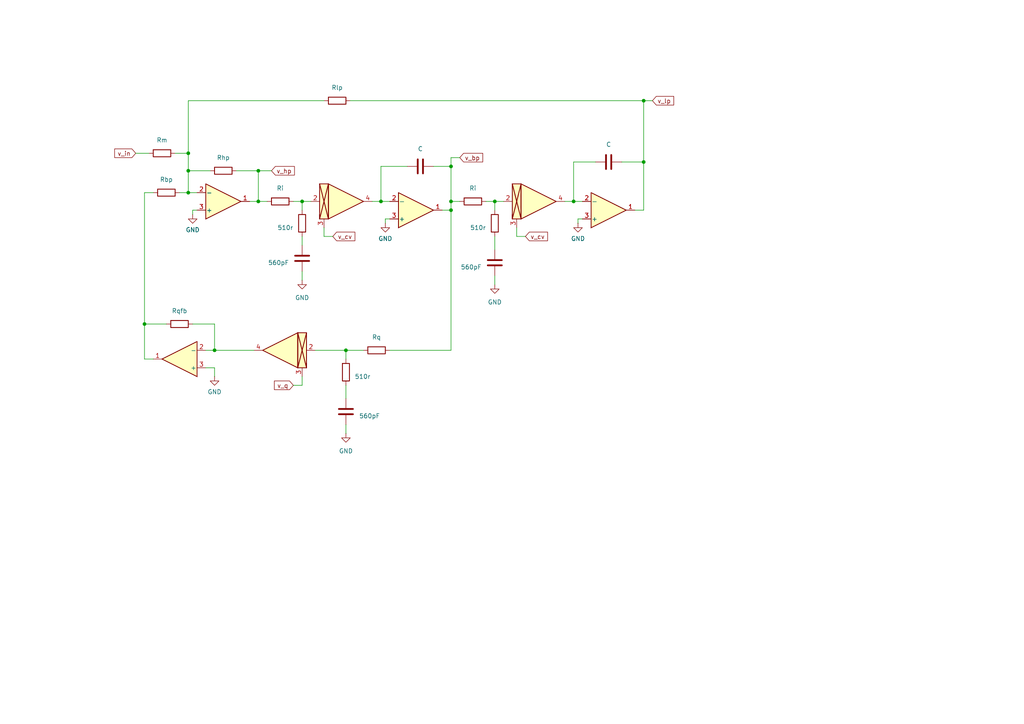
<source format=kicad_sch>
(kicad_sch (version 20250114) (generator "eeschema") (generator_version "9.0")
  (paper "A4")
  (title_block (comment 2 "creativecommons.org/licenses/by/4.0/") (comment 3 "License: CC BY 4.0") (comment 4 "Author: Guy John"))
  (lib_symbols
    (symbol "Amplifier_Operational:OPA1678" (pin_names (offset 0.127))
      (property "Reference" "U" (at 0 5.08 0))
      (property "Value" "OPA1678" (at 0 -5.08 0))
      (symbol "OPA1678_1_1"
        (polyline (pts (xy -5.08 5.08) (xy 5.08 0) (xy -5.08 -5.08) (xy -5.08 5.08)) (stroke (width 0.254)) (fill (type background)))
        (pin input line (at -7.62 2.54 0) (length 2.54) (name "+") (number "3"))
        (pin input line (at -7.62 -2.54 0) (length 2.54) (name "-") (number "2"))
        (pin output line (at 7.62 0 180) (length 2.54) (name "~") (number "1"))
      )
      (symbol "OPA1678_2_1"
        (polyline (pts (xy -5.08 5.08) (xy 5.08 0) (xy -5.08 -5.08) (xy -5.08 5.08)) (stroke (width 0.254)) (fill (type background)))
        (pin input line (at -7.62 2.54 0) (length 2.54) (name "+") (number "5"))
        (pin input line (at -7.62 -2.54 0) (length 2.54) (name "-") (number "6"))
        (pin output line (at 7.62 0 180) (length 2.54) (name "~") (number "7"))
      )
      (symbol "OPA1678_3_1"
        (pin power_in line (at -2.54 7.62 270) (length 3.81) (name "V+") (number "8"))
        (pin power_in line (at -2.54 -7.62 90) (length 3.81) (name "V-") (number "4"))
      )
    )
    (symbol "Rumblesan_Audio_Chips:SSI2164" (pin_names (offset 1.016))
      (property "Reference" "U" (at 0 10.16 0))
      (property "Value" "SSI2164" (at 0 7.62 0))
      (symbol "SSI2164_1_1"
        (polyline (pts (xy -5.08 5.08) (xy -2.54 -5.08)) (stroke (width 0.254)))
        (rectangle (start -2.54 5.08) (end -5.08 -5.08) (stroke (width 0.254)) (fill (type background)))
        (polyline (pts (xy -2.54 5.08) (xy -5.08 -5.08) (xy -5.08 -3.81)) (stroke (width 0.254)))
        (polyline (pts (xy -2.54 5.08) (xy 7.62 0) (xy -2.54 -5.08) (xy -2.54 5.08)) (stroke (width 0.254)) (fill (type background)))
        (pin input line (at -7.62 0 0) (length 2.54) (name "~") (number "2"))
        (pin passive line (at -3.81 -7.62 90) (length 2.54) (name "~") (number "3"))
        (pin output line (at 10.16 0 180) (length 2.54) (name "~") (number "4"))
      )
      (symbol "SSI2164_2_1"
        (polyline (pts (xy -5.08 5.08) (xy -2.54 -5.08)) (stroke (width 0.254)))
        (rectangle (start -2.54 5.08) (end -5.08 -5.08) (stroke (width 0.254)) (fill (type background)))
        (polyline (pts (xy -2.54 5.08) (xy -5.08 -5.08) (xy -5.08 -3.81)) (stroke (width 0.254)))
        (polyline (pts (xy -2.54 5.08) (xy 7.62 0) (xy -2.54 -5.08) (xy -2.54 5.08)) (stroke (width 0.254)) (fill (type background)))
        (pin input line (at -7.62 0 0) (length 2.54) (name "~") (number "7"))
        (pin passive line (at -3.81 -7.62 90) (length 2.54) (name "~") (number "6"))
        (pin output line (at 10.16 0 180) (length 2.54) (name "~") (number "5"))
      )
      (symbol "SSI2164_3_1"
        (polyline (pts (xy -5.08 5.08) (xy -2.54 -5.08)) (stroke (width 0.254)))
        (rectangle (start -2.54 5.08) (end -5.08 -5.08) (stroke (width 0.254)) (fill (type background)))
        (polyline (pts (xy -2.54 5.08) (xy -5.08 -5.08) (xy -5.08 -3.81)) (stroke (width 0.254)))
        (polyline (pts (xy -2.54 5.08) (xy 7.62 0) (xy -2.54 -5.08) (xy -2.54 5.08)) (stroke (width 0.254)) (fill (type background)))
        (pin input line (at -7.62 0 0) (length 2.54) (name "~") (number "15"))
        (pin passive line (at -3.81 -7.62 90) (length 2.54) (name "~") (number "14"))
        (pin output line (at 10.16 0 180) (length 2.54) (name "~") (number "13"))
      )
      (symbol "SSI2164_4_1"
        (polyline (pts (xy -5.08 5.08) (xy -2.54 -5.08)) (stroke (width 0.254)))
        (rectangle (start -2.54 5.08) (end -5.08 -5.08) (stroke (width 0.254)) (fill (type background)))
        (polyline (pts (xy -2.54 5.08) (xy -5.08 -5.08) (xy -5.08 -3.81)) (stroke (width 0.254)))
        (polyline (pts (xy -2.54 5.08) (xy 7.62 0) (xy -2.54 -5.08) (xy -2.54 5.08)) (stroke (width 0.254)) (fill (type background)))
        (pin input line (at -7.62 0 0) (length 2.54) (name "~") (number "10"))
        (pin passive line (at -3.81 -7.62 90) (length 2.54) (name "~") (number "11"))
        (pin output line (at 10.16 0 180) (length 2.54) (name "~") (number "12"))
      )
      (symbol "SSI2164_5_1"
        (rectangle (start -3.81 6.35) (end 3.81 -6.35) (fill (type background)))
        (pin power_in line (at -6.35 3.81 0) (length 2.54) (name "V+") (number "16"))
        (pin passive line (at -6.35 1.27 0) (length 2.54) (name "MODE") (number "1"))
        (pin passive line (at -6.35 -1.27 0) (length 2.54) (name "GND") (number "8"))
        (pin passive line (at -6.35 -3.81 0) (length 2.54) (name "V-") (number "9"))
      )
    )
    (symbol "Rumblesan_Standard_Parts:C" (pin_numbers (hide yes)) (pin_names (offset 0.254) (hide yes))
      (property "Reference" "C?" (at -6.35 0 90))
      (property "Value" "C" (at -3.81 0 90))
      (symbol "C_0_1"
        (polyline (pts (xy -2.032 0.762) (xy 2.032 0.762)) (stroke (width 0.508)))
        (polyline (pts (xy -2.032 -0.762) (xy 2.032 -0.762)) (stroke (width 0.508)))
      )
      (symbol "C_1_1"
        (pin passive line (at 0 3.81 270) (length 2.794) (name "~") (number "1"))
        (pin passive line (at 0 -3.81 90) (length 2.794) (name "~") (number "2"))
      )
    )
    (symbol "Rumblesan_Standard_Parts:R" (pin_numbers (hide yes)) (pin_names (offset 0))
      (property "Reference" "R?" (at -4.318 0 90))
      (property "Value" "R" (at -2.286 0 90))
      (symbol "R_0_1"
        (rectangle (start -1.016 2.54) (end 1.016 -2.54) (stroke (width 0.254)))
      )
      (symbol "R_1_1"
        (pin passive line (at 0 3.81 270) (length 1.27) (name "~") (number "1"))
        (pin passive line (at 0 -3.81 90) (length 1.27) (name "~") (number "2"))
      )
    )
    (symbol "power:GND" (power) (pin_numbers (hide yes)) (pin_names (offset 0) (hide yes))
      (property "Value" "GND" (at 0 -3.81 0))
      (symbol "GND_0_1"
        (polyline (pts (xy 0 0) (xy 0 -1.27) (xy 1.27 -1.27) (xy 0 -2.54) (xy -1.27 -1.27) (xy 0 -1.27)))
      )
      (symbol "GND_1_1"
        (pin power_in line (at 0 0 270) (length 0) (name "~") (number "1"))
      )
    )
  )
  (junction (at 130.81 60.96))
  (junction (at 41.91 93.98))
  (junction (at 186.69 29.21))
  (junction (at 100.33 101.6))
  (junction (at 74.93 49.53))
  (junction (at 74.93 58.42))
  (junction (at 54.61 49.53))
  (junction (at 62.23 101.6))
  (junction (at 130.81 58.42))
  (junction (at 166.37 58.42))
  (junction (at 54.61 55.88))
  (junction (at 186.69 46.99))
  (junction (at 54.61 44.45))
  (junction (at 110.49 58.42))
  (junction (at 130.81 48.26))
  (junction (at 87.63 58.42))
  (junction (at 143.51 58.42))
  (wire (pts (xy 91.44 101.6) (xy 100.33 101.6)))
  (wire (pts (xy 55.88 60.96) (xy 55.88 62.23)))
  (wire (pts (xy 130.81 48.26) (xy 130.81 58.42)))
  (wire (pts (xy 140.97 58.42) (xy 143.51 58.42)))
  (wire (pts (xy 166.37 46.99) (xy 166.37 58.42)))
  (wire (pts (xy 110.49 48.26) (xy 110.49 58.42)))
  (wire (pts (xy 41.91 55.88) (xy 41.91 93.98)))
  (wire (pts (xy 105.41 101.6) (xy 100.33 101.6)))
  (wire (pts (xy 39.37 44.45) (xy 43.18 44.45)))
  (wire (pts (xy 143.51 68.58) (xy 143.51 72.39)))
  (wire (pts (xy 166.37 58.42) (xy 168.91 58.42)))
  (wire (pts (xy 146.05 58.42) (xy 143.51 58.42)))
  (wire (pts (xy 186.69 29.21) (xy 189.23 29.21)))
  (wire (pts (xy 62.23 93.98) (xy 62.23 101.6)))
  (wire (pts (xy 74.93 49.53) (xy 78.74 49.53)))
  (wire (pts (xy 125.73 48.26) (xy 130.81 48.26)))
  (wire (pts (xy 167.64 63.5) (xy 167.64 64.77)))
  (wire (pts (xy 87.63 58.42) (xy 87.63 60.96)))
  (wire (pts (xy 50.8 44.45) (xy 54.61 44.45)))
  (wire (pts (xy 74.93 49.53) (xy 68.58 49.53)))
  (wire (pts (xy 130.81 60.96) (xy 130.81 101.6)))
  (wire (pts (xy 186.69 46.99) (xy 180.34 46.99)))
  (wire (pts (xy 93.98 68.58) (xy 96.52 68.58)))
  (wire (pts (xy 113.03 101.6) (xy 130.81 101.6)))
  (wire (pts (xy 130.81 45.72) (xy 130.81 48.26)))
  (wire (pts (xy 87.63 109.22) (xy 87.63 111.76)))
  (wire (pts (xy 54.61 55.88) (xy 57.15 55.88)))
  (wire (pts (xy 100.33 101.6) (xy 100.33 104.14)))
  (wire (pts (xy 54.61 49.53) (xy 60.96 49.53)))
  (wire (pts (xy 41.91 93.98) (xy 48.26 93.98)))
  (wire (pts (xy 163.83 58.42) (xy 166.37 58.42)))
  (wire (pts (xy 149.86 68.58) (xy 152.4 68.58)))
  (wire (pts (xy 57.15 60.96) (xy 55.88 60.96)))
  (wire (pts (xy 113.03 58.42) (xy 110.49 58.42)))
  (wire (pts (xy 52.07 55.88) (xy 54.61 55.88)))
  (wire (pts (xy 62.23 101.6) (xy 59.69 101.6)))
  (wire (pts (xy 168.91 63.5) (xy 167.64 63.5)))
  (wire (pts (xy 87.63 68.58) (xy 87.63 71.12)))
  (wire (pts (xy 172.72 46.99) (xy 166.37 46.99)))
  (wire (pts (xy 55.88 93.98) (xy 62.23 93.98)))
  (wire (pts (xy 62.23 106.68) (xy 59.69 106.68)))
  (wire (pts (xy 184.15 60.96) (xy 186.69 60.96)))
  (wire (pts (xy 149.86 66.04) (xy 149.86 68.58)))
  (wire (pts (xy 54.61 29.21) (xy 93.98 29.21)))
  (wire (pts (xy 77.47 58.42) (xy 74.93 58.42)))
  (wire (pts (xy 101.6 29.21) (xy 186.69 29.21)))
  (wire (pts (xy 41.91 55.88) (xy 44.45 55.88)))
  (wire (pts (xy 41.91 104.14) (xy 41.91 93.98)))
  (wire (pts (xy 133.35 58.42) (xy 130.81 58.42)))
  (wire (pts (xy 130.81 58.42) (xy 130.81 60.96)))
  (wire (pts (xy 87.63 78.74) (xy 87.63 81.28)))
  (wire (pts (xy 143.51 80.01) (xy 143.51 82.55)))
  (wire (pts (xy 62.23 101.6) (xy 73.66 101.6)))
  (wire (pts (xy 54.61 29.21) (xy 54.61 44.45)))
  (wire (pts (xy 118.11 48.26) (xy 110.49 48.26)))
  (wire (pts (xy 72.39 58.42) (xy 74.93 58.42)))
  (wire (pts (xy 111.76 63.5) (xy 111.76 64.77)))
  (wire (pts (xy 54.61 49.53) (xy 54.61 55.88)))
  (wire (pts (xy 186.69 60.96) (xy 186.69 46.99)))
  (wire (pts (xy 128.27 60.96) (xy 130.81 60.96)))
  (wire (pts (xy 113.03 63.5) (xy 111.76 63.5)))
  (wire (pts (xy 143.51 58.42) (xy 143.51 60.96)))
  (wire (pts (xy 54.61 49.53) (xy 54.61 44.45)))
  (wire (pts (xy 41.91 104.14) (xy 44.45 104.14)))
  (wire (pts (xy 87.63 111.76) (xy 85.09 111.76)))
  (wire (pts (xy 100.33 123.19) (xy 100.33 125.73)))
  (wire (pts (xy 74.93 49.53) (xy 74.93 58.42)))
  (wire (pts (xy 107.95 58.42) (xy 110.49 58.42)))
  (wire (pts (xy 90.17 58.42) (xy 87.63 58.42)))
  (wire (pts (xy 93.98 66.04) (xy 93.98 68.58)))
  (wire (pts (xy 100.33 111.76) (xy 100.33 115.57)))
  (wire (pts (xy 62.23 106.68) (xy 62.23 109.22)))
  (wire (pts (xy 130.81 45.72) (xy 133.35 45.72)))
  (wire (pts (xy 85.09 58.42) (xy 87.63 58.42)))
  (wire (pts (xy 186.69 29.21) (xy 186.69 46.99)))
  (global_label "v_in" (shape input) (at 39.37 44.45 180) (property "Intersheetrefs" "${INTERSHEET_REFS}" (effects (hide yes))))
  (global_label "v_bp" (shape input) (at 133.35 45.72 0) (property "Intersheetrefs" "${INTERSHEET_REFS}" (effects (hide yes))))
  (global_label "v_q" (shape input) (at 85.09 111.76 180) (property "Intersheetrefs" "${INTERSHEET_REFS}" (effects (hide yes))))
  (global_label "v_cv" (shape input) (at 96.52 68.58 0) (property "Intersheetrefs" "${INTERSHEET_REFS}" (effects (hide yes))))
  (global_label "v_hp" (shape input) (at 78.74 49.53 0) (property "Intersheetrefs" "${INTERSHEET_REFS}" (effects (hide yes))))
  (global_label "v_lp" (shape input) (at 189.23 29.21 0) (property "Intersheetrefs" "${INTERSHEET_REFS}" (effects (hide yes))))
  (global_label "v_cv" (shape input) (at 152.4 68.58 0) (property "Intersheetrefs" "${INTERSHEET_REFS}" (effects (hide yes))))
  (symbol (lib_id "Rumblesan_Audio_Chips:SSI2164") (at 153.67 58.42 0) (unit 1)
    (property "Reference" "U?" (effects (hide yes)))
    (property "Value" "SSI2164" (effects (hide yes)))
    (property "Datasheet" "http://www.soundsemiconductor.com/downloads/ssi2164datasheet.pdf" (effects (hide yes)))
  )
  (symbol (lib_id "Rumblesan_Standard_Parts:C") (at 87.63 74.93 0) (mirror y) (unit 1)
    (property "Reference" "C?" (effects (hide yes)))
    (property "Value" "560pF" (at 83.82 76.1999 0) (effects (justify left)))
    (property "Footprint" "Rumblesan_Standard_Parts:C_Rect_L7.0mm_W2.5mm_P5.00mm" (effects (hide yes)))
    (property "Description" "Unpolarized capacitor" (effects (hide yes)))
    (property "Spec" "ceramic C0G" (effects (hide yes)))
    (property "Tolerance" "5%" (effects (hide yes)))
  )
  (symbol (lib_id "Amplifier_Operational:OPA1678") (at 120.65 60.96 0) (mirror x) (unit 1)
    (property "Reference" "U?" (effects (hide yes)))
    (property "Value" "OPA1678" (effects (hide yes)))
    (property "Datasheet" "http://www.ti.com/lit/ds/symlink/opa1678.pdf" (effects (hide yes)))
    (property "Description" "Low-Distortion Audio Operational Amplifiers, SOIC-8/VSSOP-8" (effects (hide yes)))
  )
  (symbol (lib_id "Rumblesan_Audio_Chips:SSI2164") (at 83.82 101.6 0) (mirror y) (unit 1)
    (property "Reference" "U?" (effects (hide yes)))
    (property "Value" "SSI2164" (effects (hide yes)))
    (property "Datasheet" "http://www.soundsemiconductor.com/downloads/ssi2164datasheet.pdf" (effects (hide yes)))
  )
  (symbol (lib_id "power:GND") (at 100.33 125.73 0) (mirror y) (unit 1)
    (property "Reference" "#PWR?" (effects (hide yes)))
    (property "Value" "GND" (at 100.33 130.81 0))
    (property "Description" "Power symbol creates a global label with name \"GND\" , ground" (effects (hide yes)))
  )
  (symbol (lib_id "Amplifier_Operational:OPA1678") (at 52.07 104.14 180) (unit 1)
    (property "Reference" "U?" (effects (hide yes)))
    (property "Value" "OPA1678" (effects (hide yes)))
    (property "Datasheet" "http://www.ti.com/lit/ds/symlink/opa1678.pdf" (effects (hide yes)))
    (property "Description" "Low-Distortion Audio Operational Amplifiers, SOIC-8/VSSOP-8" (effects (hide yes)))
  )
  (symbol (lib_id "Rumblesan_Standard_Parts:R") (at 48.26 55.88 90) (mirror x) (unit 1)
    (property "Reference" "R?" (effects (hide yes)))
    (property "Value" "Rbp" (at 48.26 52.07 90))
    (property "Footprint" "Rumblesan_Standard_Parts:R_Axial_DIN0207_L6.3mm_D2.5mm_P10.16mm_Horizontal" (effects (hide yes)))
    (property "Description" "Resistor" (effects (hide yes)))
    (property "Tolerance" "1%" (effects (hide yes)))
    (property "Power" "0.5W" (effects (hide yes)))
    (property "Spec" "metal film" (effects (hide yes)))
  )
  (symbol (lib_id "power:GND") (at 143.51 82.55 0) (unit 1)
    (property "Reference" "#PWR?" (effects (hide yes)))
    (property "Value" "GND" (at 143.51 87.63 0))
    (property "Description" "Power symbol creates a global label with name \"GND\" , ground" (effects (hide yes)))
  )
  (symbol (lib_id "Rumblesan_Standard_Parts:R") (at 81.28 58.42 270) (unit 1)
    (property "Reference" "R?" (effects (hide yes)))
    (property "Value" "Ri" (at 81.28 54.61 90))
    (property "Footprint" "Rumblesan_Standard_Parts:R_Axial_DIN0207_L6.3mm_D2.5mm_P10.16mm_Horizontal" (effects (hide yes)))
    (property "Description" "Resistor" (effects (hide yes)))
    (property "Tolerance" "1%" (effects (hide yes)))
    (property "Power" "0.5W" (effects (hide yes)))
    (property "Spec" "metal film" (effects (hide yes)))
  )
  (symbol (lib_id "Rumblesan_Standard_Parts:R") (at 137.16 58.42 270) (unit 1)
    (property "Reference" "R?" (effects (hide yes)))
    (property "Value" "Ri" (at 137.16 54.61 90))
    (property "Footprint" "Rumblesan_Standard_Parts:R_Axial_DIN0207_L6.3mm_D2.5mm_P10.16mm_Horizontal" (effects (hide yes)))
    (property "Description" "Resistor" (effects (hide yes)))
    (property "Tolerance" "1%" (effects (hide yes)))
    (property "Power" "0.5W" (effects (hide yes)))
    (property "Spec" "metal film" (effects (hide yes)))
  )
  (symbol (lib_id "Rumblesan_Standard_Parts:R") (at 52.07 93.98 90) (mirror x) (unit 1)
    (property "Reference" "R?" (effects (hide yes)))
    (property "Value" "Rqfb" (at 52.07 90.17 90))
    (property "Footprint" "Rumblesan_Standard_Parts:R_Axial_DIN0207_L6.3mm_D2.5mm_P10.16mm_Horizontal" (effects (hide yes)))
    (property "Description" "Resistor" (effects (hide yes)))
    (property "Tolerance" "1%" (effects (hide yes)))
    (property "Power" "0.5W" (effects (hide yes)))
    (property "Spec" "metal film" (effects (hide yes)))
  )
  (symbol (lib_id "power:GND") (at 87.63 81.28 0) (unit 1)
    (property "Reference" "#PWR?" (effects (hide yes)))
    (property "Value" "GND" (at 87.63 86.36 0))
    (property "Description" "Power symbol creates a global label with name \"GND\" , ground" (effects (hide yes)))
  )
  (symbol (lib_id "power:GND") (at 167.64 64.77 0) (unit 1)
    (property "Reference" "#PWR?" (effects (hide yes)))
    (property "Value" "GND" (at 167.64 69.2134 0))
    (property "Description" "Power symbol creates a global label with name \"GND\" , ground" (effects (hide yes)))
  )
  (symbol (lib_id "Rumblesan_Standard_Parts:C") (at 143.51 76.2 0) (mirror y) (unit 1)
    (property "Reference" "C?" (effects (hide yes)))
    (property "Value" "560pF" (at 139.7 77.4699 0) (effects (justify left)))
    (property "Footprint" "Rumblesan_Standard_Parts:C_Rect_L7.0mm_W2.5mm_P5.00mm" (effects (hide yes)))
    (property "Description" "Unpolarized capacitor" (effects (hide yes)))
    (property "Spec" "ceramic C0G" (effects (hide yes)))
    (property "Tolerance" "5%" (effects (hide yes)))
  )
  (symbol (lib_id "Rumblesan_Standard_Parts:C") (at 176.53 46.99 90) (unit 1)
    (property "Reference" "C?" (effects (hide yes)))
    (property "Value" "C" (at 176.53 41.91 90))
    (property "Footprint" "Rumblesan_Standard_Parts:C_Rect_L7.0mm_W2.5mm_P5.00mm" (effects (hide yes)))
    (property "Spec" "film polypropylene" (effects (hide yes)))
    (property "Tolerance" "1%" (effects (hide yes)))
  )
  (symbol (lib_id "Amplifier_Operational:OPA1678") (at 176.53 60.96 0) (mirror x) (unit 1)
    (property "Reference" "U?" (effects (hide yes)))
    (property "Value" "OPA1678" (effects (hide yes)))
    (property "Datasheet" "http://www.ti.com/lit/ds/symlink/opa1678.pdf" (effects (hide yes)))
    (property "Description" "Low-Distortion Audio Operational Amplifiers, SOIC-8/VSSOP-8" (effects (hide yes)))
  )
  (symbol (lib_id "Rumblesan_Standard_Parts:R") (at 100.33 107.95 0) (unit 1)
    (property "Reference" "R?" (effects (hide yes)))
    (property "Value" "510r" (at 102.87 109.2199 0) (effects (justify left)))
    (property "Footprint" "Rumblesan_Standard_Parts:R_Axial_DIN0207_L6.3mm_D2.5mm_P10.16mm_Horizontal" (effects (hide yes)))
    (property "Description" "Resistor" (effects (hide yes)))
    (property "Tolerance" "1%" (effects (hide yes)))
    (property "Power" "0.5W" (effects (hide yes)))
    (property "Spec" "metal film" (effects (hide yes)))
  )
  (symbol (lib_id "power:GND") (at 55.88 62.23 0) (unit 1)
    (property "Reference" "#PWR?" (effects (hide yes)))
    (property "Value" "GND" (at 55.88 66.6734 0))
    (property "Description" "Power symbol creates a global label with name \"GND\" , ground" (effects (hide yes)))
  )
  (symbol (lib_id "Rumblesan_Standard_Parts:C") (at 100.33 119.38 0) (unit 1)
    (property "Reference" "C?" (effects (hide yes)))
    (property "Value" "560pF" (at 104.14 120.6499 0) (effects (justify left)))
    (property "Footprint" "Rumblesan_Standard_Parts:C_Rect_L7.0mm_W2.5mm_P5.00mm" (effects (hide yes)))
    (property "Description" "Unpolarized capacitor" (effects (hide yes)))
    (property "Spec" "ceramic C0G" (effects (hide yes)))
    (property "Tolerance" "5%" (effects (hide yes)))
  )
  (symbol (lib_id "Rumblesan_Standard_Parts:R") (at 46.99 44.45 270) (unit 1)
    (property "Reference" "R?" (effects (hide yes)))
    (property "Value" "Rm" (at 46.99 40.64 90))
    (property "Footprint" "Rumblesan_Standard_Parts:R_Axial_DIN0207_L6.3mm_D2.5mm_P10.16mm_Horizontal" (effects (hide yes)))
    (property "Description" "Resistor" (effects (hide yes)))
    (property "Tolerance" "1%" (effects (hide yes)))
    (property "Power" "0.5W" (effects (hide yes)))
    (property "Spec" "metal film" (effects (hide yes)))
  )
  (symbol (lib_id "power:GND") (at 62.23 109.22 0) (mirror y) (unit 1)
    (property "Reference" "#PWR?" (effects (hide yes)))
    (property "Value" "GND" (at 62.23 113.6634 0))
    (property "Description" "Power symbol creates a global label with name \"GND\" , ground" (effects (hide yes)))
  )
  (symbol (lib_id "Rumblesan_Standard_Parts:R") (at 109.22 101.6 90) (mirror x) (unit 1)
    (property "Reference" "R?" (effects (hide yes)))
    (property "Value" "Rq" (at 109.22 97.79 90))
    (property "Footprint" "Rumblesan_Standard_Parts:R_Axial_DIN0207_L6.3mm_D2.5mm_P10.16mm_Horizontal" (effects (hide yes)))
    (property "Description" "Resistor" (effects (hide yes)))
    (property "Tolerance" "1%" (effects (hide yes)))
    (property "Power" "0.5W" (effects (hide yes)))
    (property "Spec" "metal film" (effects (hide yes)))
  )
  (symbol (lib_id "Rumblesan_Audio_Chips:SSI2164") (at 97.79 58.42 0) (unit 1)
    (property "Reference" "U?" (effects (hide yes)))
    (property "Value" "SSI2164" (effects (hide yes)))
    (property "Datasheet" "http://www.soundsemiconductor.com/downloads/ssi2164datasheet.pdf" (effects (hide yes)))
  )
  (symbol (lib_id "Rumblesan_Standard_Parts:R") (at 143.51 64.77 0) (mirror y) (unit 1)
    (property "Reference" "R?" (effects (hide yes)))
    (property "Value" "510r" (at 140.97 66.0399 0) (effects (justify left)))
    (property "Footprint" "Rumblesan_Standard_Parts:R_Axial_DIN0207_L6.3mm_D2.5mm_P10.16mm_Horizontal" (effects (hide yes)))
    (property "Description" "Resistor" (effects (hide yes)))
    (property "Tolerance" "1%" (effects (hide yes)))
    (property "Power" "0.5W" (effects (hide yes)))
    (property "Spec" "metal film" (effects (hide yes)))
  )
  (symbol (lib_id "Rumblesan_Standard_Parts:R") (at 64.77 49.53 270) (unit 1)
    (property "Reference" "R?" (effects (hide yes)))
    (property "Value" "Rhp" (at 64.77 45.72 90))
    (property "Footprint" "Rumblesan_Standard_Parts:R_Axial_DIN0207_L6.3mm_D2.5mm_P10.16mm_Horizontal" (effects (hide yes)))
    (property "Description" "Resistor" (effects (hide yes)))
    (property "Tolerance" "1%" (effects (hide yes)))
    (property "Power" "0.5W" (effects (hide yes)))
    (property "Spec" "metal film" (effects (hide yes)))
  )
  (symbol (lib_id "power:GND") (at 111.76 64.77 0) (unit 1)
    (property "Reference" "#PWR?" (effects (hide yes)))
    (property "Value" "GND" (at 111.76 69.2134 0))
    (property "Description" "Power symbol creates a global label with name \"GND\" , ground" (effects (hide yes)))
  )
  (symbol (lib_id "Rumblesan_Standard_Parts:R") (at 97.79 29.21 270) (unit 1)
    (property "Reference" "R?" (effects (hide yes)))
    (property "Value" "Rlp" (at 97.79 25.4 90))
    (property "Footprint" "Rumblesan_Standard_Parts:R_Axial_DIN0207_L6.3mm_D2.5mm_P10.16mm_Horizontal" (effects (hide yes)))
    (property "Description" "Resistor" (effects (hide yes)))
    (property "Tolerance" "1%" (effects (hide yes)))
    (property "Power" "0.5W" (effects (hide yes)))
    (property "Spec" "metal film" (effects (hide yes)))
  )
  (symbol (lib_id "Rumblesan_Standard_Parts:C") (at 121.92 48.26 90) (unit 1)
    (property "Reference" "C?" (effects (hide yes)))
    (property "Value" "C" (at 121.92 43.18 90))
    (property "Footprint" "Rumblesan_Standard_Parts:C_Rect_L7.0mm_W2.5mm_P5.00mm" (effects (hide yes)))
    (property "Spec" "film polypropylene" (effects (hide yes)))
    (property "Tolerance" "1%" (effects (hide yes)))
  )
  (symbol (lib_id "Amplifier_Operational:OPA1678") (at 64.77 58.42 0) (mirror x) (unit 1)
    (property "Reference" "U?" (effects (hide yes)))
    (property "Value" "OPA1678" (effects (hide yes)))
    (property "Datasheet" "http://www.ti.com/lit/ds/symlink/opa1678.pdf" (effects (hide yes)))
    (property "Description" "Low-Distortion Audio Operational Amplifiers, SOIC-8/VSSOP-8" (effects (hide yes)))
  )
  (symbol (lib_id "Rumblesan_Standard_Parts:R") (at 87.63 64.77 0) (mirror y) (unit 1)
    (property "Reference" "R?" (effects (hide yes)))
    (property "Value" "510r" (at 85.09 66.0399 0) (effects (justify left)))
    (property "Footprint" "Rumblesan_Standard_Parts:R_Axial_DIN0207_L6.3mm_D2.5mm_P10.16mm_Horizontal" (effects (hide yes)))
    (property "Description" "Resistor" (effects (hide yes)))
    (property "Tolerance" "1%" (effects (hide yes)))
    (property "Power" "0.5W" (effects (hide yes)))
    (property "Spec" "metal film" (effects (hide yes)))
  )
)
</source>
